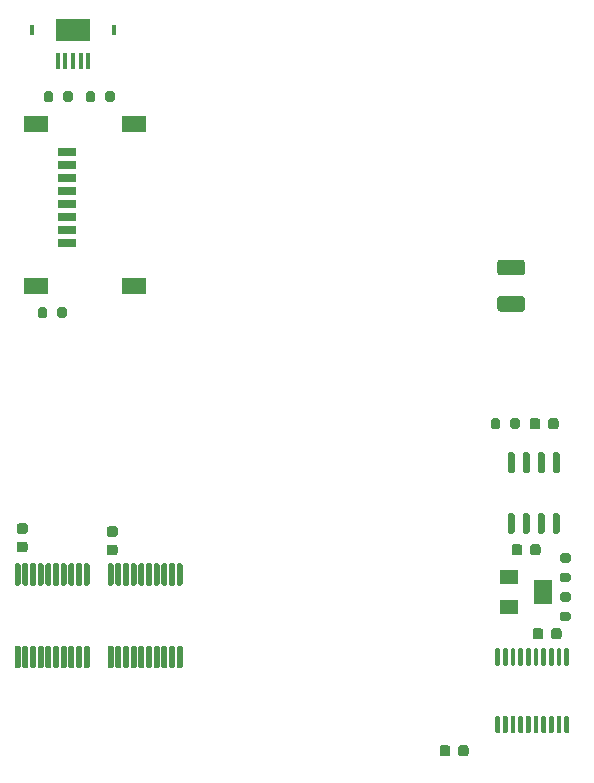
<source format=gtp>
G04 #@! TF.GenerationSoftware,KiCad,Pcbnew,(5.1.10)-1*
G04 #@! TF.CreationDate,2022-08-09T16:59:48+02:00*
G04 #@! TF.ProjectId,gbCartridge,67624361-7274-4726-9964-67652e6b6963,rev?*
G04 #@! TF.SameCoordinates,Original*
G04 #@! TF.FileFunction,Paste,Top*
G04 #@! TF.FilePolarity,Positive*
%FSLAX46Y46*%
G04 Gerber Fmt 4.6, Leading zero omitted, Abs format (unit mm)*
G04 Created by KiCad (PCBNEW (5.1.10)-1) date 2022-08-09 16:59:48*
%MOMM*%
%LPD*%
G01*
G04 APERTURE LIST*
%ADD10R,1.600000X1.300000*%
%ADD11R,1.600000X2.000000*%
%ADD12R,1.500000X0.800000*%
%ADD13R,2.000000X1.450000*%
%ADD14R,0.300000X0.850000*%
%ADD15R,2.900000X1.900000*%
%ADD16R,0.400000X1.350000*%
G04 APERTURE END LIST*
G36*
G01*
X130973002Y-118759000D02*
X129122998Y-118759000D01*
G75*
G02*
X128873000Y-118509002I0J249998D01*
G01*
X128873000Y-117683998D01*
G75*
G02*
X129122998Y-117434000I249998J0D01*
G01*
X130973002Y-117434000D01*
G75*
G02*
X131223000Y-117683998I0J-249998D01*
G01*
X131223000Y-118509002D01*
G75*
G02*
X130973002Y-118759000I-249998J0D01*
G01*
G37*
G36*
G01*
X130973002Y-121834000D02*
X129122998Y-121834000D01*
G75*
G02*
X128873000Y-121584002I0J249998D01*
G01*
X128873000Y-120758998D01*
G75*
G02*
X129122998Y-120509000I249998J0D01*
G01*
X130973002Y-120509000D01*
G75*
G02*
X131223000Y-120758998I0J-249998D01*
G01*
X131223000Y-121584002D01*
G75*
G02*
X130973002Y-121834000I-249998J0D01*
G01*
G37*
G36*
G01*
X134651000Y-156049000D02*
X134851000Y-156049000D01*
G75*
G02*
X134951000Y-156149000I0J-100000D01*
G01*
X134951000Y-157424000D01*
G75*
G02*
X134851000Y-157524000I-100000J0D01*
G01*
X134651000Y-157524000D01*
G75*
G02*
X134551000Y-157424000I0J100000D01*
G01*
X134551000Y-156149000D01*
G75*
G02*
X134651000Y-156049000I100000J0D01*
G01*
G37*
G36*
G01*
X134001000Y-156049000D02*
X134201000Y-156049000D01*
G75*
G02*
X134301000Y-156149000I0J-100000D01*
G01*
X134301000Y-157424000D01*
G75*
G02*
X134201000Y-157524000I-100000J0D01*
G01*
X134001000Y-157524000D01*
G75*
G02*
X133901000Y-157424000I0J100000D01*
G01*
X133901000Y-156149000D01*
G75*
G02*
X134001000Y-156049000I100000J0D01*
G01*
G37*
G36*
G01*
X133351000Y-156049000D02*
X133551000Y-156049000D01*
G75*
G02*
X133651000Y-156149000I0J-100000D01*
G01*
X133651000Y-157424000D01*
G75*
G02*
X133551000Y-157524000I-100000J0D01*
G01*
X133351000Y-157524000D01*
G75*
G02*
X133251000Y-157424000I0J100000D01*
G01*
X133251000Y-156149000D01*
G75*
G02*
X133351000Y-156049000I100000J0D01*
G01*
G37*
G36*
G01*
X132701000Y-156049000D02*
X132901000Y-156049000D01*
G75*
G02*
X133001000Y-156149000I0J-100000D01*
G01*
X133001000Y-157424000D01*
G75*
G02*
X132901000Y-157524000I-100000J0D01*
G01*
X132701000Y-157524000D01*
G75*
G02*
X132601000Y-157424000I0J100000D01*
G01*
X132601000Y-156149000D01*
G75*
G02*
X132701000Y-156049000I100000J0D01*
G01*
G37*
G36*
G01*
X132051000Y-156049000D02*
X132251000Y-156049000D01*
G75*
G02*
X132351000Y-156149000I0J-100000D01*
G01*
X132351000Y-157424000D01*
G75*
G02*
X132251000Y-157524000I-100000J0D01*
G01*
X132051000Y-157524000D01*
G75*
G02*
X131951000Y-157424000I0J100000D01*
G01*
X131951000Y-156149000D01*
G75*
G02*
X132051000Y-156049000I100000J0D01*
G01*
G37*
G36*
G01*
X131401000Y-156049000D02*
X131601000Y-156049000D01*
G75*
G02*
X131701000Y-156149000I0J-100000D01*
G01*
X131701000Y-157424000D01*
G75*
G02*
X131601000Y-157524000I-100000J0D01*
G01*
X131401000Y-157524000D01*
G75*
G02*
X131301000Y-157424000I0J100000D01*
G01*
X131301000Y-156149000D01*
G75*
G02*
X131401000Y-156049000I100000J0D01*
G01*
G37*
G36*
G01*
X130751000Y-156049000D02*
X130951000Y-156049000D01*
G75*
G02*
X131051000Y-156149000I0J-100000D01*
G01*
X131051000Y-157424000D01*
G75*
G02*
X130951000Y-157524000I-100000J0D01*
G01*
X130751000Y-157524000D01*
G75*
G02*
X130651000Y-157424000I0J100000D01*
G01*
X130651000Y-156149000D01*
G75*
G02*
X130751000Y-156049000I100000J0D01*
G01*
G37*
G36*
G01*
X130101000Y-156049000D02*
X130301000Y-156049000D01*
G75*
G02*
X130401000Y-156149000I0J-100000D01*
G01*
X130401000Y-157424000D01*
G75*
G02*
X130301000Y-157524000I-100000J0D01*
G01*
X130101000Y-157524000D01*
G75*
G02*
X130001000Y-157424000I0J100000D01*
G01*
X130001000Y-156149000D01*
G75*
G02*
X130101000Y-156049000I100000J0D01*
G01*
G37*
G36*
G01*
X129451000Y-156049000D02*
X129651000Y-156049000D01*
G75*
G02*
X129751000Y-156149000I0J-100000D01*
G01*
X129751000Y-157424000D01*
G75*
G02*
X129651000Y-157524000I-100000J0D01*
G01*
X129451000Y-157524000D01*
G75*
G02*
X129351000Y-157424000I0J100000D01*
G01*
X129351000Y-156149000D01*
G75*
G02*
X129451000Y-156049000I100000J0D01*
G01*
G37*
G36*
G01*
X128801000Y-156049000D02*
X129001000Y-156049000D01*
G75*
G02*
X129101000Y-156149000I0J-100000D01*
G01*
X129101000Y-157424000D01*
G75*
G02*
X129001000Y-157524000I-100000J0D01*
G01*
X128801000Y-157524000D01*
G75*
G02*
X128701000Y-157424000I0J100000D01*
G01*
X128701000Y-156149000D01*
G75*
G02*
X128801000Y-156049000I100000J0D01*
G01*
G37*
G36*
G01*
X128801000Y-150324000D02*
X129001000Y-150324000D01*
G75*
G02*
X129101000Y-150424000I0J-100000D01*
G01*
X129101000Y-151699000D01*
G75*
G02*
X129001000Y-151799000I-100000J0D01*
G01*
X128801000Y-151799000D01*
G75*
G02*
X128701000Y-151699000I0J100000D01*
G01*
X128701000Y-150424000D01*
G75*
G02*
X128801000Y-150324000I100000J0D01*
G01*
G37*
G36*
G01*
X129451000Y-150324000D02*
X129651000Y-150324000D01*
G75*
G02*
X129751000Y-150424000I0J-100000D01*
G01*
X129751000Y-151699000D01*
G75*
G02*
X129651000Y-151799000I-100000J0D01*
G01*
X129451000Y-151799000D01*
G75*
G02*
X129351000Y-151699000I0J100000D01*
G01*
X129351000Y-150424000D01*
G75*
G02*
X129451000Y-150324000I100000J0D01*
G01*
G37*
G36*
G01*
X130101000Y-150324000D02*
X130301000Y-150324000D01*
G75*
G02*
X130401000Y-150424000I0J-100000D01*
G01*
X130401000Y-151699000D01*
G75*
G02*
X130301000Y-151799000I-100000J0D01*
G01*
X130101000Y-151799000D01*
G75*
G02*
X130001000Y-151699000I0J100000D01*
G01*
X130001000Y-150424000D01*
G75*
G02*
X130101000Y-150324000I100000J0D01*
G01*
G37*
G36*
G01*
X130751000Y-150324000D02*
X130951000Y-150324000D01*
G75*
G02*
X131051000Y-150424000I0J-100000D01*
G01*
X131051000Y-151699000D01*
G75*
G02*
X130951000Y-151799000I-100000J0D01*
G01*
X130751000Y-151799000D01*
G75*
G02*
X130651000Y-151699000I0J100000D01*
G01*
X130651000Y-150424000D01*
G75*
G02*
X130751000Y-150324000I100000J0D01*
G01*
G37*
G36*
G01*
X131401000Y-150324000D02*
X131601000Y-150324000D01*
G75*
G02*
X131701000Y-150424000I0J-100000D01*
G01*
X131701000Y-151699000D01*
G75*
G02*
X131601000Y-151799000I-100000J0D01*
G01*
X131401000Y-151799000D01*
G75*
G02*
X131301000Y-151699000I0J100000D01*
G01*
X131301000Y-150424000D01*
G75*
G02*
X131401000Y-150324000I100000J0D01*
G01*
G37*
G36*
G01*
X132051000Y-150324000D02*
X132251000Y-150324000D01*
G75*
G02*
X132351000Y-150424000I0J-100000D01*
G01*
X132351000Y-151699000D01*
G75*
G02*
X132251000Y-151799000I-100000J0D01*
G01*
X132051000Y-151799000D01*
G75*
G02*
X131951000Y-151699000I0J100000D01*
G01*
X131951000Y-150424000D01*
G75*
G02*
X132051000Y-150324000I100000J0D01*
G01*
G37*
G36*
G01*
X132701000Y-150324000D02*
X132901000Y-150324000D01*
G75*
G02*
X133001000Y-150424000I0J-100000D01*
G01*
X133001000Y-151699000D01*
G75*
G02*
X132901000Y-151799000I-100000J0D01*
G01*
X132701000Y-151799000D01*
G75*
G02*
X132601000Y-151699000I0J100000D01*
G01*
X132601000Y-150424000D01*
G75*
G02*
X132701000Y-150324000I100000J0D01*
G01*
G37*
G36*
G01*
X133351000Y-150324000D02*
X133551000Y-150324000D01*
G75*
G02*
X133651000Y-150424000I0J-100000D01*
G01*
X133651000Y-151699000D01*
G75*
G02*
X133551000Y-151799000I-100000J0D01*
G01*
X133351000Y-151799000D01*
G75*
G02*
X133251000Y-151699000I0J100000D01*
G01*
X133251000Y-150424000D01*
G75*
G02*
X133351000Y-150324000I100000J0D01*
G01*
G37*
G36*
G01*
X134001000Y-150324000D02*
X134201000Y-150324000D01*
G75*
G02*
X134301000Y-150424000I0J-100000D01*
G01*
X134301000Y-151699000D01*
G75*
G02*
X134201000Y-151799000I-100000J0D01*
G01*
X134001000Y-151799000D01*
G75*
G02*
X133901000Y-151699000I0J100000D01*
G01*
X133901000Y-150424000D01*
G75*
G02*
X134001000Y-150324000I100000J0D01*
G01*
G37*
G36*
G01*
X134651000Y-150324000D02*
X134851000Y-150324000D01*
G75*
G02*
X134951000Y-150424000I0J-100000D01*
G01*
X134951000Y-151699000D01*
G75*
G02*
X134851000Y-151799000I-100000J0D01*
G01*
X134651000Y-151799000D01*
G75*
G02*
X134551000Y-151699000I0J100000D01*
G01*
X134551000Y-150424000D01*
G75*
G02*
X134651000Y-150324000I100000J0D01*
G01*
G37*
G36*
G01*
X96260000Y-145024000D02*
X96010000Y-145024000D01*
G75*
G02*
X95885000Y-144899000I0J125000D01*
G01*
X95885000Y-143249000D01*
G75*
G02*
X96010000Y-143124000I125000J0D01*
G01*
X96260000Y-143124000D01*
G75*
G02*
X96385000Y-143249000I0J-125000D01*
G01*
X96385000Y-144899000D01*
G75*
G02*
X96260000Y-145024000I-125000J0D01*
G01*
G37*
G36*
G01*
X96910000Y-145024000D02*
X96660000Y-145024000D01*
G75*
G02*
X96535000Y-144899000I0J125000D01*
G01*
X96535000Y-143249000D01*
G75*
G02*
X96660000Y-143124000I125000J0D01*
G01*
X96910000Y-143124000D01*
G75*
G02*
X97035000Y-143249000I0J-125000D01*
G01*
X97035000Y-144899000D01*
G75*
G02*
X96910000Y-145024000I-125000J0D01*
G01*
G37*
G36*
G01*
X97560000Y-145024000D02*
X97310000Y-145024000D01*
G75*
G02*
X97185000Y-144899000I0J125000D01*
G01*
X97185000Y-143249000D01*
G75*
G02*
X97310000Y-143124000I125000J0D01*
G01*
X97560000Y-143124000D01*
G75*
G02*
X97685000Y-143249000I0J-125000D01*
G01*
X97685000Y-144899000D01*
G75*
G02*
X97560000Y-145024000I-125000J0D01*
G01*
G37*
G36*
G01*
X98210000Y-145024000D02*
X97960000Y-145024000D01*
G75*
G02*
X97835000Y-144899000I0J125000D01*
G01*
X97835000Y-143249000D01*
G75*
G02*
X97960000Y-143124000I125000J0D01*
G01*
X98210000Y-143124000D01*
G75*
G02*
X98335000Y-143249000I0J-125000D01*
G01*
X98335000Y-144899000D01*
G75*
G02*
X98210000Y-145024000I-125000J0D01*
G01*
G37*
G36*
G01*
X98860000Y-145024000D02*
X98610000Y-145024000D01*
G75*
G02*
X98485000Y-144899000I0J125000D01*
G01*
X98485000Y-143249000D01*
G75*
G02*
X98610000Y-143124000I125000J0D01*
G01*
X98860000Y-143124000D01*
G75*
G02*
X98985000Y-143249000I0J-125000D01*
G01*
X98985000Y-144899000D01*
G75*
G02*
X98860000Y-145024000I-125000J0D01*
G01*
G37*
G36*
G01*
X99510000Y-145024000D02*
X99260000Y-145024000D01*
G75*
G02*
X99135000Y-144899000I0J125000D01*
G01*
X99135000Y-143249000D01*
G75*
G02*
X99260000Y-143124000I125000J0D01*
G01*
X99510000Y-143124000D01*
G75*
G02*
X99635000Y-143249000I0J-125000D01*
G01*
X99635000Y-144899000D01*
G75*
G02*
X99510000Y-145024000I-125000J0D01*
G01*
G37*
G36*
G01*
X100160000Y-145024000D02*
X99910000Y-145024000D01*
G75*
G02*
X99785000Y-144899000I0J125000D01*
G01*
X99785000Y-143249000D01*
G75*
G02*
X99910000Y-143124000I125000J0D01*
G01*
X100160000Y-143124000D01*
G75*
G02*
X100285000Y-143249000I0J-125000D01*
G01*
X100285000Y-144899000D01*
G75*
G02*
X100160000Y-145024000I-125000J0D01*
G01*
G37*
G36*
G01*
X100810000Y-145024000D02*
X100560000Y-145024000D01*
G75*
G02*
X100435000Y-144899000I0J125000D01*
G01*
X100435000Y-143249000D01*
G75*
G02*
X100560000Y-143124000I125000J0D01*
G01*
X100810000Y-143124000D01*
G75*
G02*
X100935000Y-143249000I0J-125000D01*
G01*
X100935000Y-144899000D01*
G75*
G02*
X100810000Y-145024000I-125000J0D01*
G01*
G37*
G36*
G01*
X101460000Y-145024000D02*
X101210000Y-145024000D01*
G75*
G02*
X101085000Y-144899000I0J125000D01*
G01*
X101085000Y-143249000D01*
G75*
G02*
X101210000Y-143124000I125000J0D01*
G01*
X101460000Y-143124000D01*
G75*
G02*
X101585000Y-143249000I0J-125000D01*
G01*
X101585000Y-144899000D01*
G75*
G02*
X101460000Y-145024000I-125000J0D01*
G01*
G37*
G36*
G01*
X102110000Y-145024000D02*
X101860000Y-145024000D01*
G75*
G02*
X101735000Y-144899000I0J125000D01*
G01*
X101735000Y-143249000D01*
G75*
G02*
X101860000Y-143124000I125000J0D01*
G01*
X102110000Y-143124000D01*
G75*
G02*
X102235000Y-143249000I0J-125000D01*
G01*
X102235000Y-144899000D01*
G75*
G02*
X102110000Y-145024000I-125000J0D01*
G01*
G37*
G36*
G01*
X102110000Y-152024000D02*
X101860000Y-152024000D01*
G75*
G02*
X101735000Y-151899000I0J125000D01*
G01*
X101735000Y-150249000D01*
G75*
G02*
X101860000Y-150124000I125000J0D01*
G01*
X102110000Y-150124000D01*
G75*
G02*
X102235000Y-150249000I0J-125000D01*
G01*
X102235000Y-151899000D01*
G75*
G02*
X102110000Y-152024000I-125000J0D01*
G01*
G37*
G36*
G01*
X101460000Y-152024000D02*
X101210000Y-152024000D01*
G75*
G02*
X101085000Y-151899000I0J125000D01*
G01*
X101085000Y-150249000D01*
G75*
G02*
X101210000Y-150124000I125000J0D01*
G01*
X101460000Y-150124000D01*
G75*
G02*
X101585000Y-150249000I0J-125000D01*
G01*
X101585000Y-151899000D01*
G75*
G02*
X101460000Y-152024000I-125000J0D01*
G01*
G37*
G36*
G01*
X100810000Y-152024000D02*
X100560000Y-152024000D01*
G75*
G02*
X100435000Y-151899000I0J125000D01*
G01*
X100435000Y-150249000D01*
G75*
G02*
X100560000Y-150124000I125000J0D01*
G01*
X100810000Y-150124000D01*
G75*
G02*
X100935000Y-150249000I0J-125000D01*
G01*
X100935000Y-151899000D01*
G75*
G02*
X100810000Y-152024000I-125000J0D01*
G01*
G37*
G36*
G01*
X100160000Y-152024000D02*
X99910000Y-152024000D01*
G75*
G02*
X99785000Y-151899000I0J125000D01*
G01*
X99785000Y-150249000D01*
G75*
G02*
X99910000Y-150124000I125000J0D01*
G01*
X100160000Y-150124000D01*
G75*
G02*
X100285000Y-150249000I0J-125000D01*
G01*
X100285000Y-151899000D01*
G75*
G02*
X100160000Y-152024000I-125000J0D01*
G01*
G37*
G36*
G01*
X99510000Y-152024000D02*
X99260000Y-152024000D01*
G75*
G02*
X99135000Y-151899000I0J125000D01*
G01*
X99135000Y-150249000D01*
G75*
G02*
X99260000Y-150124000I125000J0D01*
G01*
X99510000Y-150124000D01*
G75*
G02*
X99635000Y-150249000I0J-125000D01*
G01*
X99635000Y-151899000D01*
G75*
G02*
X99510000Y-152024000I-125000J0D01*
G01*
G37*
G36*
G01*
X98860000Y-152024000D02*
X98610000Y-152024000D01*
G75*
G02*
X98485000Y-151899000I0J125000D01*
G01*
X98485000Y-150249000D01*
G75*
G02*
X98610000Y-150124000I125000J0D01*
G01*
X98860000Y-150124000D01*
G75*
G02*
X98985000Y-150249000I0J-125000D01*
G01*
X98985000Y-151899000D01*
G75*
G02*
X98860000Y-152024000I-125000J0D01*
G01*
G37*
G36*
G01*
X98210000Y-152024000D02*
X97960000Y-152024000D01*
G75*
G02*
X97835000Y-151899000I0J125000D01*
G01*
X97835000Y-150249000D01*
G75*
G02*
X97960000Y-150124000I125000J0D01*
G01*
X98210000Y-150124000D01*
G75*
G02*
X98335000Y-150249000I0J-125000D01*
G01*
X98335000Y-151899000D01*
G75*
G02*
X98210000Y-152024000I-125000J0D01*
G01*
G37*
G36*
G01*
X97560000Y-152024000D02*
X97310000Y-152024000D01*
G75*
G02*
X97185000Y-151899000I0J125000D01*
G01*
X97185000Y-150249000D01*
G75*
G02*
X97310000Y-150124000I125000J0D01*
G01*
X97560000Y-150124000D01*
G75*
G02*
X97685000Y-150249000I0J-125000D01*
G01*
X97685000Y-151899000D01*
G75*
G02*
X97560000Y-152024000I-125000J0D01*
G01*
G37*
G36*
G01*
X96910000Y-152024000D02*
X96660000Y-152024000D01*
G75*
G02*
X96535000Y-151899000I0J125000D01*
G01*
X96535000Y-150249000D01*
G75*
G02*
X96660000Y-150124000I125000J0D01*
G01*
X96910000Y-150124000D01*
G75*
G02*
X97035000Y-150249000I0J-125000D01*
G01*
X97035000Y-151899000D01*
G75*
G02*
X96910000Y-152024000I-125000J0D01*
G01*
G37*
G36*
G01*
X96260000Y-152024000D02*
X96010000Y-152024000D01*
G75*
G02*
X95885000Y-151899000I0J125000D01*
G01*
X95885000Y-150249000D01*
G75*
G02*
X96010000Y-150124000I125000J0D01*
G01*
X96260000Y-150124000D01*
G75*
G02*
X96385000Y-150249000I0J-125000D01*
G01*
X96385000Y-151899000D01*
G75*
G02*
X96260000Y-152024000I-125000J0D01*
G01*
G37*
G36*
G01*
X88386000Y-145024000D02*
X88136000Y-145024000D01*
G75*
G02*
X88011000Y-144899000I0J125000D01*
G01*
X88011000Y-143249000D01*
G75*
G02*
X88136000Y-143124000I125000J0D01*
G01*
X88386000Y-143124000D01*
G75*
G02*
X88511000Y-143249000I0J-125000D01*
G01*
X88511000Y-144899000D01*
G75*
G02*
X88386000Y-145024000I-125000J0D01*
G01*
G37*
G36*
G01*
X89036000Y-145024000D02*
X88786000Y-145024000D01*
G75*
G02*
X88661000Y-144899000I0J125000D01*
G01*
X88661000Y-143249000D01*
G75*
G02*
X88786000Y-143124000I125000J0D01*
G01*
X89036000Y-143124000D01*
G75*
G02*
X89161000Y-143249000I0J-125000D01*
G01*
X89161000Y-144899000D01*
G75*
G02*
X89036000Y-145024000I-125000J0D01*
G01*
G37*
G36*
G01*
X89686000Y-145024000D02*
X89436000Y-145024000D01*
G75*
G02*
X89311000Y-144899000I0J125000D01*
G01*
X89311000Y-143249000D01*
G75*
G02*
X89436000Y-143124000I125000J0D01*
G01*
X89686000Y-143124000D01*
G75*
G02*
X89811000Y-143249000I0J-125000D01*
G01*
X89811000Y-144899000D01*
G75*
G02*
X89686000Y-145024000I-125000J0D01*
G01*
G37*
G36*
G01*
X90336000Y-145024000D02*
X90086000Y-145024000D01*
G75*
G02*
X89961000Y-144899000I0J125000D01*
G01*
X89961000Y-143249000D01*
G75*
G02*
X90086000Y-143124000I125000J0D01*
G01*
X90336000Y-143124000D01*
G75*
G02*
X90461000Y-143249000I0J-125000D01*
G01*
X90461000Y-144899000D01*
G75*
G02*
X90336000Y-145024000I-125000J0D01*
G01*
G37*
G36*
G01*
X90986000Y-145024000D02*
X90736000Y-145024000D01*
G75*
G02*
X90611000Y-144899000I0J125000D01*
G01*
X90611000Y-143249000D01*
G75*
G02*
X90736000Y-143124000I125000J0D01*
G01*
X90986000Y-143124000D01*
G75*
G02*
X91111000Y-143249000I0J-125000D01*
G01*
X91111000Y-144899000D01*
G75*
G02*
X90986000Y-145024000I-125000J0D01*
G01*
G37*
G36*
G01*
X91636000Y-145024000D02*
X91386000Y-145024000D01*
G75*
G02*
X91261000Y-144899000I0J125000D01*
G01*
X91261000Y-143249000D01*
G75*
G02*
X91386000Y-143124000I125000J0D01*
G01*
X91636000Y-143124000D01*
G75*
G02*
X91761000Y-143249000I0J-125000D01*
G01*
X91761000Y-144899000D01*
G75*
G02*
X91636000Y-145024000I-125000J0D01*
G01*
G37*
G36*
G01*
X92286000Y-145024000D02*
X92036000Y-145024000D01*
G75*
G02*
X91911000Y-144899000I0J125000D01*
G01*
X91911000Y-143249000D01*
G75*
G02*
X92036000Y-143124000I125000J0D01*
G01*
X92286000Y-143124000D01*
G75*
G02*
X92411000Y-143249000I0J-125000D01*
G01*
X92411000Y-144899000D01*
G75*
G02*
X92286000Y-145024000I-125000J0D01*
G01*
G37*
G36*
G01*
X92936000Y-145024000D02*
X92686000Y-145024000D01*
G75*
G02*
X92561000Y-144899000I0J125000D01*
G01*
X92561000Y-143249000D01*
G75*
G02*
X92686000Y-143124000I125000J0D01*
G01*
X92936000Y-143124000D01*
G75*
G02*
X93061000Y-143249000I0J-125000D01*
G01*
X93061000Y-144899000D01*
G75*
G02*
X92936000Y-145024000I-125000J0D01*
G01*
G37*
G36*
G01*
X93586000Y-145024000D02*
X93336000Y-145024000D01*
G75*
G02*
X93211000Y-144899000I0J125000D01*
G01*
X93211000Y-143249000D01*
G75*
G02*
X93336000Y-143124000I125000J0D01*
G01*
X93586000Y-143124000D01*
G75*
G02*
X93711000Y-143249000I0J-125000D01*
G01*
X93711000Y-144899000D01*
G75*
G02*
X93586000Y-145024000I-125000J0D01*
G01*
G37*
G36*
G01*
X94236000Y-145024000D02*
X93986000Y-145024000D01*
G75*
G02*
X93861000Y-144899000I0J125000D01*
G01*
X93861000Y-143249000D01*
G75*
G02*
X93986000Y-143124000I125000J0D01*
G01*
X94236000Y-143124000D01*
G75*
G02*
X94361000Y-143249000I0J-125000D01*
G01*
X94361000Y-144899000D01*
G75*
G02*
X94236000Y-145024000I-125000J0D01*
G01*
G37*
G36*
G01*
X94236000Y-152024000D02*
X93986000Y-152024000D01*
G75*
G02*
X93861000Y-151899000I0J125000D01*
G01*
X93861000Y-150249000D01*
G75*
G02*
X93986000Y-150124000I125000J0D01*
G01*
X94236000Y-150124000D01*
G75*
G02*
X94361000Y-150249000I0J-125000D01*
G01*
X94361000Y-151899000D01*
G75*
G02*
X94236000Y-152024000I-125000J0D01*
G01*
G37*
G36*
G01*
X93586000Y-152024000D02*
X93336000Y-152024000D01*
G75*
G02*
X93211000Y-151899000I0J125000D01*
G01*
X93211000Y-150249000D01*
G75*
G02*
X93336000Y-150124000I125000J0D01*
G01*
X93586000Y-150124000D01*
G75*
G02*
X93711000Y-150249000I0J-125000D01*
G01*
X93711000Y-151899000D01*
G75*
G02*
X93586000Y-152024000I-125000J0D01*
G01*
G37*
G36*
G01*
X92936000Y-152024000D02*
X92686000Y-152024000D01*
G75*
G02*
X92561000Y-151899000I0J125000D01*
G01*
X92561000Y-150249000D01*
G75*
G02*
X92686000Y-150124000I125000J0D01*
G01*
X92936000Y-150124000D01*
G75*
G02*
X93061000Y-150249000I0J-125000D01*
G01*
X93061000Y-151899000D01*
G75*
G02*
X92936000Y-152024000I-125000J0D01*
G01*
G37*
G36*
G01*
X92286000Y-152024000D02*
X92036000Y-152024000D01*
G75*
G02*
X91911000Y-151899000I0J125000D01*
G01*
X91911000Y-150249000D01*
G75*
G02*
X92036000Y-150124000I125000J0D01*
G01*
X92286000Y-150124000D01*
G75*
G02*
X92411000Y-150249000I0J-125000D01*
G01*
X92411000Y-151899000D01*
G75*
G02*
X92286000Y-152024000I-125000J0D01*
G01*
G37*
G36*
G01*
X91636000Y-152024000D02*
X91386000Y-152024000D01*
G75*
G02*
X91261000Y-151899000I0J125000D01*
G01*
X91261000Y-150249000D01*
G75*
G02*
X91386000Y-150124000I125000J0D01*
G01*
X91636000Y-150124000D01*
G75*
G02*
X91761000Y-150249000I0J-125000D01*
G01*
X91761000Y-151899000D01*
G75*
G02*
X91636000Y-152024000I-125000J0D01*
G01*
G37*
G36*
G01*
X90986000Y-152024000D02*
X90736000Y-152024000D01*
G75*
G02*
X90611000Y-151899000I0J125000D01*
G01*
X90611000Y-150249000D01*
G75*
G02*
X90736000Y-150124000I125000J0D01*
G01*
X90986000Y-150124000D01*
G75*
G02*
X91111000Y-150249000I0J-125000D01*
G01*
X91111000Y-151899000D01*
G75*
G02*
X90986000Y-152024000I-125000J0D01*
G01*
G37*
G36*
G01*
X90336000Y-152024000D02*
X90086000Y-152024000D01*
G75*
G02*
X89961000Y-151899000I0J125000D01*
G01*
X89961000Y-150249000D01*
G75*
G02*
X90086000Y-150124000I125000J0D01*
G01*
X90336000Y-150124000D01*
G75*
G02*
X90461000Y-150249000I0J-125000D01*
G01*
X90461000Y-151899000D01*
G75*
G02*
X90336000Y-152024000I-125000J0D01*
G01*
G37*
G36*
G01*
X89686000Y-152024000D02*
X89436000Y-152024000D01*
G75*
G02*
X89311000Y-151899000I0J125000D01*
G01*
X89311000Y-150249000D01*
G75*
G02*
X89436000Y-150124000I125000J0D01*
G01*
X89686000Y-150124000D01*
G75*
G02*
X89811000Y-150249000I0J-125000D01*
G01*
X89811000Y-151899000D01*
G75*
G02*
X89686000Y-152024000I-125000J0D01*
G01*
G37*
G36*
G01*
X89036000Y-152024000D02*
X88786000Y-152024000D01*
G75*
G02*
X88661000Y-151899000I0J125000D01*
G01*
X88661000Y-150249000D01*
G75*
G02*
X88786000Y-150124000I125000J0D01*
G01*
X89036000Y-150124000D01*
G75*
G02*
X89161000Y-150249000I0J-125000D01*
G01*
X89161000Y-151899000D01*
G75*
G02*
X89036000Y-152024000I-125000J0D01*
G01*
G37*
G36*
G01*
X88386000Y-152024000D02*
X88136000Y-152024000D01*
G75*
G02*
X88011000Y-151899000I0J125000D01*
G01*
X88011000Y-150249000D01*
G75*
G02*
X88136000Y-150124000I125000J0D01*
G01*
X88386000Y-150124000D01*
G75*
G02*
X88511000Y-150249000I0J-125000D01*
G01*
X88511000Y-151899000D01*
G75*
G02*
X88386000Y-152024000I-125000J0D01*
G01*
G37*
G36*
G01*
X133708000Y-138895000D02*
X134008000Y-138895000D01*
G75*
G02*
X134158000Y-139045000I0J-150000D01*
G01*
X134158000Y-140495000D01*
G75*
G02*
X134008000Y-140645000I-150000J0D01*
G01*
X133708000Y-140645000D01*
G75*
G02*
X133558000Y-140495000I0J150000D01*
G01*
X133558000Y-139045000D01*
G75*
G02*
X133708000Y-138895000I150000J0D01*
G01*
G37*
G36*
G01*
X132438000Y-138895000D02*
X132738000Y-138895000D01*
G75*
G02*
X132888000Y-139045000I0J-150000D01*
G01*
X132888000Y-140495000D01*
G75*
G02*
X132738000Y-140645000I-150000J0D01*
G01*
X132438000Y-140645000D01*
G75*
G02*
X132288000Y-140495000I0J150000D01*
G01*
X132288000Y-139045000D01*
G75*
G02*
X132438000Y-138895000I150000J0D01*
G01*
G37*
G36*
G01*
X131168000Y-138895000D02*
X131468000Y-138895000D01*
G75*
G02*
X131618000Y-139045000I0J-150000D01*
G01*
X131618000Y-140495000D01*
G75*
G02*
X131468000Y-140645000I-150000J0D01*
G01*
X131168000Y-140645000D01*
G75*
G02*
X131018000Y-140495000I0J150000D01*
G01*
X131018000Y-139045000D01*
G75*
G02*
X131168000Y-138895000I150000J0D01*
G01*
G37*
G36*
G01*
X129898000Y-138895000D02*
X130198000Y-138895000D01*
G75*
G02*
X130348000Y-139045000I0J-150000D01*
G01*
X130348000Y-140495000D01*
G75*
G02*
X130198000Y-140645000I-150000J0D01*
G01*
X129898000Y-140645000D01*
G75*
G02*
X129748000Y-140495000I0J150000D01*
G01*
X129748000Y-139045000D01*
G75*
G02*
X129898000Y-138895000I150000J0D01*
G01*
G37*
G36*
G01*
X129898000Y-133745000D02*
X130198000Y-133745000D01*
G75*
G02*
X130348000Y-133895000I0J-150000D01*
G01*
X130348000Y-135345000D01*
G75*
G02*
X130198000Y-135495000I-150000J0D01*
G01*
X129898000Y-135495000D01*
G75*
G02*
X129748000Y-135345000I0J150000D01*
G01*
X129748000Y-133895000D01*
G75*
G02*
X129898000Y-133745000I150000J0D01*
G01*
G37*
G36*
G01*
X131168000Y-133745000D02*
X131468000Y-133745000D01*
G75*
G02*
X131618000Y-133895000I0J-150000D01*
G01*
X131618000Y-135345000D01*
G75*
G02*
X131468000Y-135495000I-150000J0D01*
G01*
X131168000Y-135495000D01*
G75*
G02*
X131018000Y-135345000I0J150000D01*
G01*
X131018000Y-133895000D01*
G75*
G02*
X131168000Y-133745000I150000J0D01*
G01*
G37*
G36*
G01*
X132438000Y-133745000D02*
X132738000Y-133745000D01*
G75*
G02*
X132888000Y-133895000I0J-150000D01*
G01*
X132888000Y-135345000D01*
G75*
G02*
X132738000Y-135495000I-150000J0D01*
G01*
X132438000Y-135495000D01*
G75*
G02*
X132288000Y-135345000I0J150000D01*
G01*
X132288000Y-133895000D01*
G75*
G02*
X132438000Y-133745000I150000J0D01*
G01*
G37*
G36*
G01*
X133708000Y-133745000D02*
X134008000Y-133745000D01*
G75*
G02*
X134158000Y-133895000I0J-150000D01*
G01*
X134158000Y-135345000D01*
G75*
G02*
X134008000Y-135495000I-150000J0D01*
G01*
X133708000Y-135495000D01*
G75*
G02*
X133558000Y-135345000I0J150000D01*
G01*
X133558000Y-133895000D01*
G75*
G02*
X133708000Y-133745000I150000J0D01*
G01*
G37*
D10*
X129868000Y-146792000D03*
D11*
X132768000Y-145542000D03*
D10*
X129868000Y-144292000D03*
G36*
G01*
X134345000Y-147237000D02*
X134895000Y-147237000D01*
G75*
G02*
X135095000Y-147437000I0J-200000D01*
G01*
X135095000Y-147837000D01*
G75*
G02*
X134895000Y-148037000I-200000J0D01*
G01*
X134345000Y-148037000D01*
G75*
G02*
X134145000Y-147837000I0J200000D01*
G01*
X134145000Y-147437000D01*
G75*
G02*
X134345000Y-147237000I200000J0D01*
G01*
G37*
G36*
G01*
X134345000Y-145587000D02*
X134895000Y-145587000D01*
G75*
G02*
X135095000Y-145787000I0J-200000D01*
G01*
X135095000Y-146187000D01*
G75*
G02*
X134895000Y-146387000I-200000J0D01*
G01*
X134345000Y-146387000D01*
G75*
G02*
X134145000Y-146187000I0J200000D01*
G01*
X134145000Y-145787000D01*
G75*
G02*
X134345000Y-145587000I200000J0D01*
G01*
G37*
G36*
G01*
X134345000Y-143935000D02*
X134895000Y-143935000D01*
G75*
G02*
X135095000Y-144135000I0J-200000D01*
G01*
X135095000Y-144535000D01*
G75*
G02*
X134895000Y-144735000I-200000J0D01*
G01*
X134345000Y-144735000D01*
G75*
G02*
X134145000Y-144535000I0J200000D01*
G01*
X134145000Y-144135000D01*
G75*
G02*
X134345000Y-143935000I200000J0D01*
G01*
G37*
G36*
G01*
X134345000Y-142285000D02*
X134895000Y-142285000D01*
G75*
G02*
X135095000Y-142485000I0J-200000D01*
G01*
X135095000Y-142885000D01*
G75*
G02*
X134895000Y-143085000I-200000J0D01*
G01*
X134345000Y-143085000D01*
G75*
G02*
X134145000Y-142885000I0J200000D01*
G01*
X134145000Y-142485000D01*
G75*
G02*
X134345000Y-142285000I200000J0D01*
G01*
G37*
G36*
G01*
X129115000Y-131043000D02*
X129115000Y-131593000D01*
G75*
G02*
X128915000Y-131793000I-200000J0D01*
G01*
X128515000Y-131793000D01*
G75*
G02*
X128315000Y-131593000I0J200000D01*
G01*
X128315000Y-131043000D01*
G75*
G02*
X128515000Y-130843000I200000J0D01*
G01*
X128915000Y-130843000D01*
G75*
G02*
X129115000Y-131043000I0J-200000D01*
G01*
G37*
G36*
G01*
X130765000Y-131043000D02*
X130765000Y-131593000D01*
G75*
G02*
X130565000Y-131793000I-200000J0D01*
G01*
X130165000Y-131793000D01*
G75*
G02*
X129965000Y-131593000I0J200000D01*
G01*
X129965000Y-131043000D01*
G75*
G02*
X130165000Y-130843000I200000J0D01*
G01*
X130565000Y-130843000D01*
G75*
G02*
X130765000Y-131043000I0J-200000D01*
G01*
G37*
G36*
G01*
X91611000Y-122195000D02*
X91611000Y-121645000D01*
G75*
G02*
X91811000Y-121445000I200000J0D01*
G01*
X92211000Y-121445000D01*
G75*
G02*
X92411000Y-121645000I0J-200000D01*
G01*
X92411000Y-122195000D01*
G75*
G02*
X92211000Y-122395000I-200000J0D01*
G01*
X91811000Y-122395000D01*
G75*
G02*
X91611000Y-122195000I0J200000D01*
G01*
G37*
G36*
G01*
X89961000Y-122195000D02*
X89961000Y-121645000D01*
G75*
G02*
X90161000Y-121445000I200000J0D01*
G01*
X90561000Y-121445000D01*
G75*
G02*
X90761000Y-121645000I0J-200000D01*
G01*
X90761000Y-122195000D01*
G75*
G02*
X90561000Y-122395000I-200000J0D01*
G01*
X90161000Y-122395000D01*
G75*
G02*
X89961000Y-122195000I0J200000D01*
G01*
G37*
G36*
G01*
X92119000Y-103907000D02*
X92119000Y-103357000D01*
G75*
G02*
X92319000Y-103157000I200000J0D01*
G01*
X92719000Y-103157000D01*
G75*
G02*
X92919000Y-103357000I0J-200000D01*
G01*
X92919000Y-103907000D01*
G75*
G02*
X92719000Y-104107000I-200000J0D01*
G01*
X92319000Y-104107000D01*
G75*
G02*
X92119000Y-103907000I0J200000D01*
G01*
G37*
G36*
G01*
X90469000Y-103907000D02*
X90469000Y-103357000D01*
G75*
G02*
X90669000Y-103157000I200000J0D01*
G01*
X91069000Y-103157000D01*
G75*
G02*
X91269000Y-103357000I0J-200000D01*
G01*
X91269000Y-103907000D01*
G75*
G02*
X91069000Y-104107000I-200000J0D01*
G01*
X90669000Y-104107000D01*
G75*
G02*
X90469000Y-103907000I0J200000D01*
G01*
G37*
G36*
G01*
X94825000Y-103357000D02*
X94825000Y-103907000D01*
G75*
G02*
X94625000Y-104107000I-200000J0D01*
G01*
X94225000Y-104107000D01*
G75*
G02*
X94025000Y-103907000I0J200000D01*
G01*
X94025000Y-103357000D01*
G75*
G02*
X94225000Y-103157000I200000J0D01*
G01*
X94625000Y-103157000D01*
G75*
G02*
X94825000Y-103357000I0J-200000D01*
G01*
G37*
G36*
G01*
X96475000Y-103357000D02*
X96475000Y-103907000D01*
G75*
G02*
X96275000Y-104107000I-200000J0D01*
G01*
X95875000Y-104107000D01*
G75*
G02*
X95675000Y-103907000I0J200000D01*
G01*
X95675000Y-103357000D01*
G75*
G02*
X95875000Y-103157000I200000J0D01*
G01*
X96275000Y-103157000D01*
G75*
G02*
X96475000Y-103357000I0J-200000D01*
G01*
G37*
D12*
X92430000Y-115976000D03*
X92430000Y-114876000D03*
X92430000Y-113776000D03*
X92430000Y-112676000D03*
X92430000Y-111576000D03*
X92430000Y-110476000D03*
X92430000Y-109376000D03*
X92430000Y-108276000D03*
D13*
X98130000Y-105901000D03*
X98130000Y-119651000D03*
X89830000Y-119651000D03*
X89830000Y-105901000D03*
D14*
X96464000Y-97967800D03*
X89464000Y-97967800D03*
D15*
X92964000Y-97967800D03*
D16*
X92314000Y-100642800D03*
X91664000Y-100642800D03*
X92964000Y-100642800D03*
X93614000Y-100642800D03*
X94264000Y-100642800D03*
G36*
G01*
X124897000Y-158754000D02*
X124897000Y-159254000D01*
G75*
G02*
X124672000Y-159479000I-225000J0D01*
G01*
X124222000Y-159479000D01*
G75*
G02*
X123997000Y-159254000I0J225000D01*
G01*
X123997000Y-158754000D01*
G75*
G02*
X124222000Y-158529000I225000J0D01*
G01*
X124672000Y-158529000D01*
G75*
G02*
X124897000Y-158754000I0J-225000D01*
G01*
G37*
G36*
G01*
X126447000Y-158754000D02*
X126447000Y-159254000D01*
G75*
G02*
X126222000Y-159479000I-225000J0D01*
G01*
X125772000Y-159479000D01*
G75*
G02*
X125547000Y-159254000I0J225000D01*
G01*
X125547000Y-158754000D01*
G75*
G02*
X125772000Y-158529000I225000J0D01*
G01*
X126222000Y-158529000D01*
G75*
G02*
X126447000Y-158754000I0J-225000D01*
G01*
G37*
G36*
G01*
X133421000Y-149348000D02*
X133421000Y-148848000D01*
G75*
G02*
X133646000Y-148623000I225000J0D01*
G01*
X134096000Y-148623000D01*
G75*
G02*
X134321000Y-148848000I0J-225000D01*
G01*
X134321000Y-149348000D01*
G75*
G02*
X134096000Y-149573000I-225000J0D01*
G01*
X133646000Y-149573000D01*
G75*
G02*
X133421000Y-149348000I0J225000D01*
G01*
G37*
G36*
G01*
X131871000Y-149348000D02*
X131871000Y-148848000D01*
G75*
G02*
X132096000Y-148623000I225000J0D01*
G01*
X132546000Y-148623000D01*
G75*
G02*
X132771000Y-148848000I0J-225000D01*
G01*
X132771000Y-149348000D01*
G75*
G02*
X132546000Y-149573000I-225000J0D01*
G01*
X132096000Y-149573000D01*
G75*
G02*
X131871000Y-149348000I0J225000D01*
G01*
G37*
G36*
G01*
X96516000Y-140899000D02*
X96016000Y-140899000D01*
G75*
G02*
X95791000Y-140674000I0J225000D01*
G01*
X95791000Y-140224000D01*
G75*
G02*
X96016000Y-139999000I225000J0D01*
G01*
X96516000Y-139999000D01*
G75*
G02*
X96741000Y-140224000I0J-225000D01*
G01*
X96741000Y-140674000D01*
G75*
G02*
X96516000Y-140899000I-225000J0D01*
G01*
G37*
G36*
G01*
X96516000Y-142449000D02*
X96016000Y-142449000D01*
G75*
G02*
X95791000Y-142224000I0J225000D01*
G01*
X95791000Y-141774000D01*
G75*
G02*
X96016000Y-141549000I225000J0D01*
G01*
X96516000Y-141549000D01*
G75*
G02*
X96741000Y-141774000I0J-225000D01*
G01*
X96741000Y-142224000D01*
G75*
G02*
X96516000Y-142449000I-225000J0D01*
G01*
G37*
G36*
G01*
X88896000Y-140645000D02*
X88396000Y-140645000D01*
G75*
G02*
X88171000Y-140420000I0J225000D01*
G01*
X88171000Y-139970000D01*
G75*
G02*
X88396000Y-139745000I225000J0D01*
G01*
X88896000Y-139745000D01*
G75*
G02*
X89121000Y-139970000I0J-225000D01*
G01*
X89121000Y-140420000D01*
G75*
G02*
X88896000Y-140645000I-225000J0D01*
G01*
G37*
G36*
G01*
X88896000Y-142195000D02*
X88396000Y-142195000D01*
G75*
G02*
X88171000Y-141970000I0J225000D01*
G01*
X88171000Y-141520000D01*
G75*
G02*
X88396000Y-141295000I225000J0D01*
G01*
X88896000Y-141295000D01*
G75*
G02*
X89121000Y-141520000I0J-225000D01*
G01*
X89121000Y-141970000D01*
G75*
G02*
X88896000Y-142195000I-225000J0D01*
G01*
G37*
G36*
G01*
X130993000Y-141736000D02*
X130993000Y-142236000D01*
G75*
G02*
X130768000Y-142461000I-225000J0D01*
G01*
X130318000Y-142461000D01*
G75*
G02*
X130093000Y-142236000I0J225000D01*
G01*
X130093000Y-141736000D01*
G75*
G02*
X130318000Y-141511000I225000J0D01*
G01*
X130768000Y-141511000D01*
G75*
G02*
X130993000Y-141736000I0J-225000D01*
G01*
G37*
G36*
G01*
X132543000Y-141736000D02*
X132543000Y-142236000D01*
G75*
G02*
X132318000Y-142461000I-225000J0D01*
G01*
X131868000Y-142461000D01*
G75*
G02*
X131643000Y-142236000I0J225000D01*
G01*
X131643000Y-141736000D01*
G75*
G02*
X131868000Y-141511000I225000J0D01*
G01*
X132318000Y-141511000D01*
G75*
G02*
X132543000Y-141736000I0J-225000D01*
G01*
G37*
G36*
G01*
X133167000Y-131568000D02*
X133167000Y-131068000D01*
G75*
G02*
X133392000Y-130843000I225000J0D01*
G01*
X133842000Y-130843000D01*
G75*
G02*
X134067000Y-131068000I0J-225000D01*
G01*
X134067000Y-131568000D01*
G75*
G02*
X133842000Y-131793000I-225000J0D01*
G01*
X133392000Y-131793000D01*
G75*
G02*
X133167000Y-131568000I0J225000D01*
G01*
G37*
G36*
G01*
X131617000Y-131568000D02*
X131617000Y-131068000D01*
G75*
G02*
X131842000Y-130843000I225000J0D01*
G01*
X132292000Y-130843000D01*
G75*
G02*
X132517000Y-131068000I0J-225000D01*
G01*
X132517000Y-131568000D01*
G75*
G02*
X132292000Y-131793000I-225000J0D01*
G01*
X131842000Y-131793000D01*
G75*
G02*
X131617000Y-131568000I0J225000D01*
G01*
G37*
M02*

</source>
